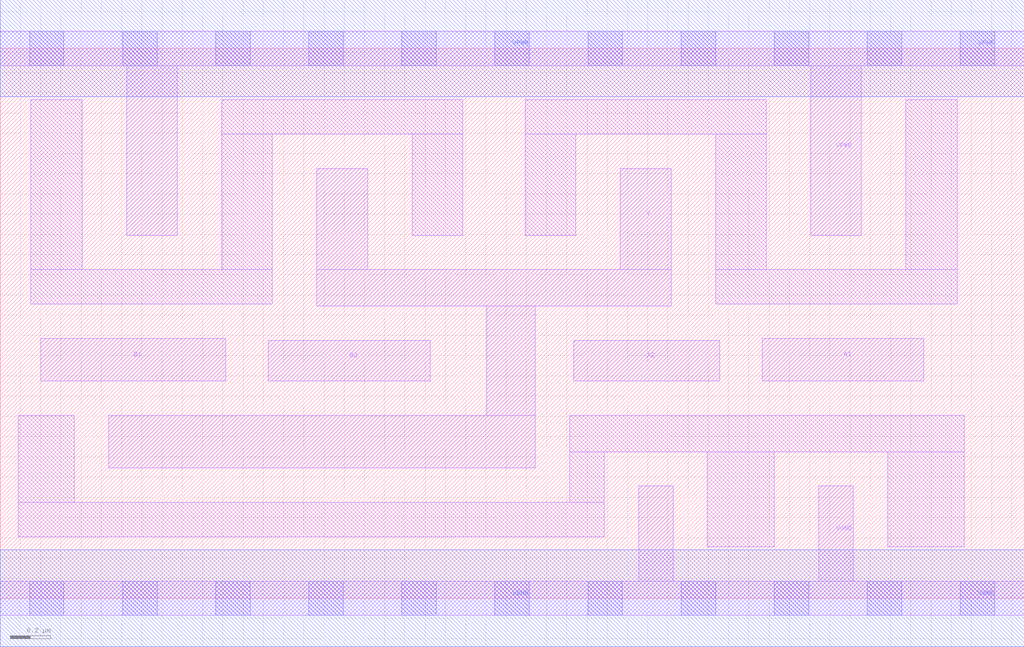
<source format=lef>
# Copyright 2020 The SkyWater PDK Authors
#
# Licensed under the Apache License, Version 2.0 (the "License");
# you may not use this file except in compliance with the License.
# You may obtain a copy of the License at
#
#     https://www.apache.org/licenses/LICENSE-2.0
#
# Unless required by applicable law or agreed to in writing, software
# distributed under the License is distributed on an "AS IS" BASIS,
# WITHOUT WARRANTIES OR CONDITIONS OF ANY KIND, either express or implied.
# See the License for the specific language governing permissions and
# limitations under the License.
#
# SPDX-License-Identifier: Apache-2.0

VERSION 5.7 ;
  NAMESCASESENSITIVE ON ;
  NOWIREEXTENSIONATPIN ON ;
  DIVIDERCHAR "/" ;
  BUSBITCHARS "[]" ;
UNITS
  DATABASE MICRONS 200 ;
END UNITS
PROPERTYDEFINITIONS
  MACRO maskLayoutSubType STRING ;
  MACRO prCellType STRING ;
  MACRO originalViewName STRING ;
END PROPERTYDEFINITIONS
MACRO sky130_fd_sc_hdll__o22ai_2
  CLASS CORE ;
  FOREIGN sky130_fd_sc_hdll__o22ai_2 ;
  ORIGIN  0.000000  0.000000 ;
  SIZE  5.060000 BY  2.720000 ;
  SYMMETRY X Y R90 ;
  SITE unithd ;
  PIN A1
    ANTENNAGATEAREA  0.555000 ;
    DIRECTION INPUT ;
    USE SIGNAL ;
    PORT
      LAYER li1 ;
        RECT 3.765000 1.075000 4.565000 1.285000 ;
    END
  END A1
  PIN A2
    ANTENNAGATEAREA  0.555000 ;
    DIRECTION INPUT ;
    USE SIGNAL ;
    PORT
      LAYER li1 ;
        RECT 2.835000 1.075000 3.555000 1.275000 ;
    END
  END A2
  PIN B1
    ANTENNAGATEAREA  0.555000 ;
    DIRECTION INPUT ;
    USE SIGNAL ;
    PORT
      LAYER li1 ;
        RECT 0.200000 1.075000 1.115000 1.285000 ;
    END
  END B1
  PIN B2
    ANTENNAGATEAREA  0.555000 ;
    DIRECTION INPUT ;
    USE SIGNAL ;
    PORT
      LAYER li1 ;
        RECT 1.325000 1.075000 2.125000 1.275000 ;
    END
  END B2
  PIN Y
    ANTENNADIFFAREA  1.061000 ;
    DIRECTION OUTPUT ;
    USE SIGNAL ;
    PORT
      LAYER li1 ;
        RECT 0.535000 0.645000 2.645000 0.905000 ;
        RECT 1.565000 1.445000 3.315000 1.625000 ;
        RECT 1.565000 1.625000 1.815000 2.125000 ;
        RECT 2.405000 0.905000 2.645000 1.445000 ;
        RECT 3.065000 1.625000 3.315000 2.125000 ;
    END
  END Y
  PIN VGND
    DIRECTION INOUT ;
    USE GROUND ;
    PORT
      LAYER li1 ;
        RECT 0.000000 -0.085000 5.060000 0.085000 ;
        RECT 3.155000  0.085000 3.325000 0.555000 ;
        RECT 4.045000  0.085000 4.215000 0.555000 ;
      LAYER mcon ;
        RECT 0.145000 -0.085000 0.315000 0.085000 ;
        RECT 0.605000 -0.085000 0.775000 0.085000 ;
        RECT 1.065000 -0.085000 1.235000 0.085000 ;
        RECT 1.525000 -0.085000 1.695000 0.085000 ;
        RECT 1.985000 -0.085000 2.155000 0.085000 ;
        RECT 2.445000 -0.085000 2.615000 0.085000 ;
        RECT 2.905000 -0.085000 3.075000 0.085000 ;
        RECT 3.365000 -0.085000 3.535000 0.085000 ;
        RECT 3.825000 -0.085000 3.995000 0.085000 ;
        RECT 4.285000 -0.085000 4.455000 0.085000 ;
        RECT 4.745000 -0.085000 4.915000 0.085000 ;
      LAYER met1 ;
        RECT 0.000000 -0.240000 5.060000 0.240000 ;
    END
  END VGND
  PIN VPWR
    DIRECTION INOUT ;
    USE POWER ;
    PORT
      LAYER li1 ;
        RECT 0.000000 2.635000 5.060000 2.805000 ;
        RECT 0.625000 1.795000 0.875000 2.635000 ;
        RECT 4.005000 1.795000 4.255000 2.635000 ;
      LAYER mcon ;
        RECT 0.145000 2.635000 0.315000 2.805000 ;
        RECT 0.605000 2.635000 0.775000 2.805000 ;
        RECT 1.065000 2.635000 1.235000 2.805000 ;
        RECT 1.525000 2.635000 1.695000 2.805000 ;
        RECT 1.985000 2.635000 2.155000 2.805000 ;
        RECT 2.445000 2.635000 2.615000 2.805000 ;
        RECT 2.905000 2.635000 3.075000 2.805000 ;
        RECT 3.365000 2.635000 3.535000 2.805000 ;
        RECT 3.825000 2.635000 3.995000 2.805000 ;
        RECT 4.285000 2.635000 4.455000 2.805000 ;
        RECT 4.745000 2.635000 4.915000 2.805000 ;
      LAYER met1 ;
        RECT 0.000000 2.480000 5.060000 2.960000 ;
    END
  END VPWR
  OBS
    LAYER li1 ;
      RECT 0.090000 0.305000 2.985000 0.475000 ;
      RECT 0.090000 0.475000 0.365000 0.905000 ;
      RECT 0.150000 1.455000 1.345000 1.625000 ;
      RECT 0.150000 1.625000 0.405000 2.465000 ;
      RECT 1.095000 1.625000 1.345000 2.295000 ;
      RECT 1.095000 2.295000 2.285000 2.465000 ;
      RECT 2.035000 1.795000 2.285000 2.295000 ;
      RECT 2.595000 1.795000 2.845000 2.295000 ;
      RECT 2.595000 2.295000 3.785000 2.465000 ;
      RECT 2.815000 0.475000 2.985000 0.725000 ;
      RECT 2.815000 0.725000 4.765000 0.905000 ;
      RECT 3.495000 0.255000 3.825000 0.725000 ;
      RECT 3.535000 1.455000 4.730000 1.625000 ;
      RECT 3.535000 1.625000 3.785000 2.295000 ;
      RECT 4.385000 0.255000 4.765000 0.725000 ;
      RECT 4.475000 1.625000 4.730000 2.465000 ;
  END
  PROPERTY maskLayoutSubType "abstract" ;
  PROPERTY prCellType "standard" ;
  PROPERTY originalViewName "layout" ;
END sky130_fd_sc_hdll__o22ai_2

</source>
